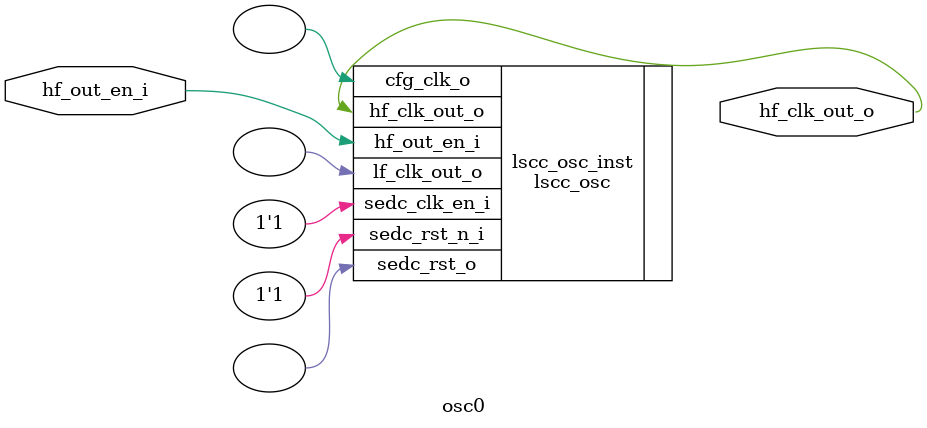
<source format=v>
`ifdef LAV_AT
  /*******************************************************************************
      Verilog netlist generated by IPGEN Lattice Radiant Software (64-bit)
      2023.1.t.258.0
      Soft IP Version: 2.1.0
      2023 03 05 23:20:30
  *******************************************************************************/
  /*******************************************************************************
      Wrapper Module generated per user settings.
  *******************************************************************************/
  module osc0 #(
      parameter FAMILY = "LAV-AT",
      parameter DEVICE = "LAV-AT-G70"
  )
  (
      en_i,
      clk_sel_i,
      clk_out_o
  );
      input en_i ;
      input clk_sel_i ;
      output clk_out_o ;
      lscc_osc #(
          .CLK_DIV_DEC(8),
          .CLK_DIV("8"),
  //        .CLK_DIV_DEC(9),
  //        .CLK_DIV("9"),
          .FAMILY(FAMILY),
          .DEVICE(DEVICE)
      )
      lscc_osc_inst (
          .en_i(en_i),
          .clk_sel_i(clk_sel_i),
          .clk_out_o(clk_out_o)
      );
  endmodule
`else
  /*******************************************************************************
      Verilog netlist generated by IPGEN Lattice Propel (64-bit)
      1.1.2009202111
      Soft IP Version: 1.0.1
      2020 09 22 11:31:15
  *******************************************************************************/
  /*******************************************************************************
      Wrapper Module generated per user settings.
  *******************************************************************************/
  module osc0 #(
      parameter FAMILY = "LIFCL"
  )
  (
      hf_out_en_i,
      hf_clk_out_o
  );
      input  hf_out_en_i ;
      output hf_clk_out_o ;

      lscc_osc #(.HF_OSC_EN("ENABLED"),
              .HF_CLK_DIV_DEC(5),
              .HF_CLK_DIV("4"),
              .HF_CFG_EN("ENABLED"),
              .LF_OUTPUT_EN("DISABLED"),
              .SEDCLK_EN(0),
              .HF_SED_SEC_DIV_DEC(2),
              .HF_SED_SEC_DIV("1"),
              .FAMILY(FAMILY)) lscc_osc_inst (.hf_out_en_i(hf_out_en_i),
                  .sedc_clk_en_i(1'b1),
                  .sedc_rst_n_i(1'b1),
                  .hf_clk_out_o(hf_clk_out_o),
                  .lf_clk_out_o(),
                  .sedc_rst_o(),
                  .cfg_clk_o()) ;
  endmodule
`endif

</source>
